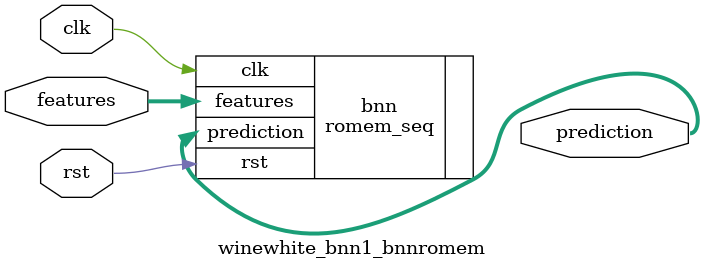
<source format=v>













module winewhite_bnn1_bnnromem #(

parameter FEAT_CNT = 11,
parameter HIDDEN_CNT = 40,
parameter FEAT_BITS = 4,
parameter CLASS_CNT = 7,
parameter TEST_CNT = 1000


  ) (
  input clk,
  input rst,
  input [FEAT_CNT*FEAT_BITS-1:0] features,
  output [$clog2(CLASS_CNT)-1:0] prediction
  );

  localparam Weights0 = 440'b00010101000000000100110001011111111100001000110010111000111101011010011001100010111100110011000010111110111001101101111011100100100101010010111001101100110001100100000010000100011001111001000101010111000101001100101000101100000110011111011111100011100111101111111000100110011101011110000110100011110011010110001110100100000101101110011001000000111010100011101011100100010011100101000101010011100110000100101000111101100110011111111111010110 ;
  localparam Weights1 = 280'b1100111000000011001100101100101011000111100011011110001100111111010011101101011100011011111010110001111101001110110101110000110111101010000011000100001011010011000011011110101100001111010011101101011100001101100010110001111111101110111001110000000011001010100110110101111011010110 ;

  romem_seq #(.FEAT_CNT(FEAT_CNT),.FEAT_BITS(FEAT_BITS),.HIDDEN_CNT(HIDDEN_CNT),.CLASS_CNT(CLASS_CNT),.Weights0(Weights0),.Weights1(Weights1)) bnn (
    .clk(clk),
    .rst(rst),
    .features(features),
    .prediction(prediction)
  );

endmodule

</source>
